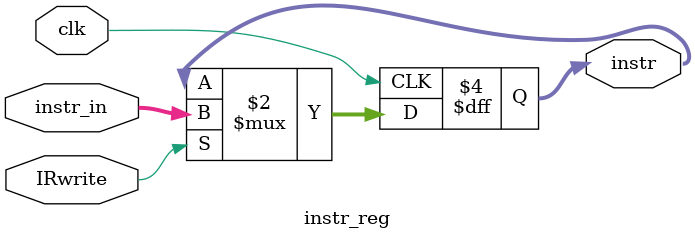
<source format=v>
module instr_reg (
    input clk , 
    input IRwrite ,
    input [31:0] instr_in ,
    output reg [31:0] instr 
); 

    always @ (posedge clk ) begin 
            if(IRwrite) begin 
                instr <= instr_in ;
            end
    end

endmodule
</source>
